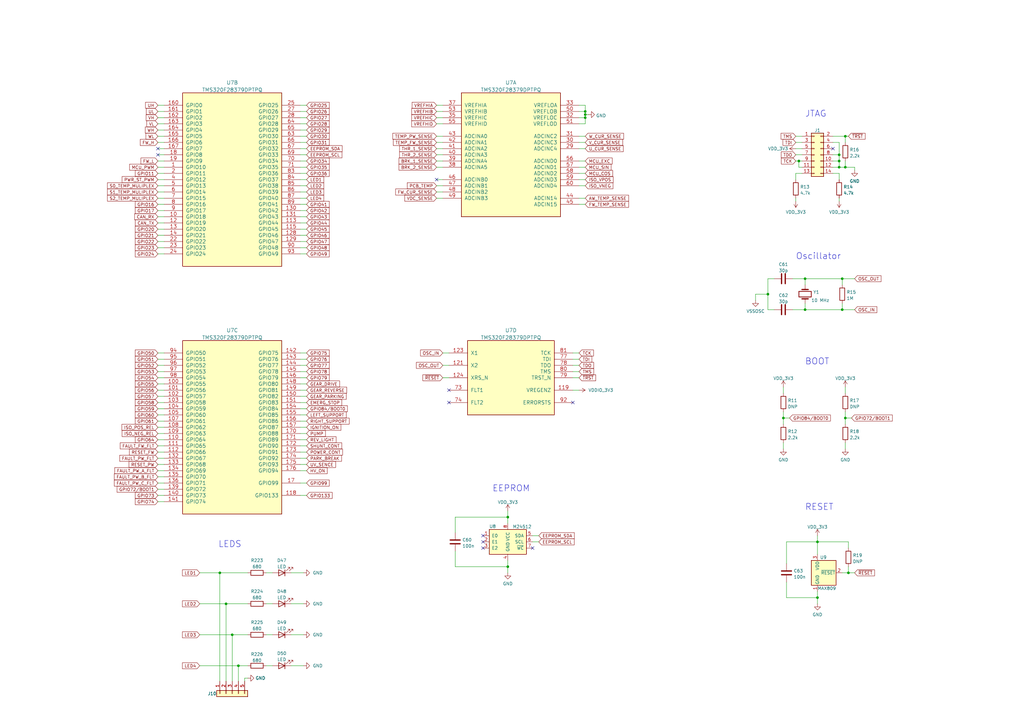
<source format=kicad_sch>
(kicad_sch (version 20250114) (generator "eeschema") (generator_version "9.0")
  (paper "A3")
  (title_block (comment 1 "НВЦТ.EVP150-2-1.3000.100 Э3"))
  (text "RESET" (at 330.2 209.55 0) (effects (font (size 2.543 2.543)) (justify left bottom)))
  (text "LEDS" (at 89.535 224.79 0) (effects (font (size 2.543 2.543)) (justify left bottom)))
  (text "BOOT" (at 330.2 149.86 0) (effects (font (size 2.543 2.543)) (justify left bottom)))
  (text "EEPROM" (at 201.93 201.93 0) (effects (font (size 2.543 2.543)) (justify left bottom)))
  (text "Oscillator" (at 326.39 106.68 0) (effects (font (size 2.543 2.543)) (justify left bottom)))
  (text "JTAG" (at 330.2 48.26 0) (effects (font (size 2.543 2.543)) (justify left bottom)))
  (junction (at 240.03 48.26))
  (junction (at 330.2 114.3))
  (junction (at 240.03 46.99))
  (junction (at 208.28 212.09))
  (junction (at 344.17 66.04))
  (junction (at 97.79 273.05))
  (junction (at 347.98 234.95))
  (junction (at 240.03 45.72))
  (junction (at 346.71 55.88))
  (junction (at 345.44 114.3))
  (junction (at 330.2 127))
  (junction (at 90.17 234.95))
  (junction (at 92.71 247.65))
  (junction (at 335.28 222.25))
  (junction (at 346.71 171.45))
  (junction (at 327.66 66.04))
  (junction (at 345.44 127))
  (junction (at 335.28 245.11))
  (junction (at 95.25 260.35))
  (junction (at 344.17 63.5))
  (junction (at 344.17 68.58))
  (junction (at 346.71 68.58))
  (junction (at 314.96 120.65))
  (junction (at 321.31 171.45))
  (junction (at 208.28 232.41))
  (no_connect (at 184.15 165.1))
  (no_connect (at 184.15 160.02))
  (no_connect (at 64.77 60.96))
  (no_connect (at 218.44 224.79))
  (no_connect (at 234.95 165.1))
  (no_connect (at 198.12 222.25))
  (no_connect (at 179.07 73.66))
  (no_connect (at 198.12 224.79))
  (no_connect (at 64.77 63.5))
  (no_connect (at 198.12 219.71))
  (no_connect (at 341.63 60.96))
  (wire (pts (xy 317.5 114.3) (xy 314.96 114.3)))
  (wire (pts (xy 123.19 88.9) (xy 125.73 88.9)))
  (wire (pts (xy 64.77 63.5) (xy 67.31 63.5)))
  (wire (pts (xy 347.98 234.95) (xy 350.52 234.95)))
  (wire (pts (xy 64.77 170.18) (xy 67.31 170.18)))
  (wire (pts (xy 64.77 99.06) (xy 67.31 99.06)))
  (wire (pts (xy 64.77 93.98) (xy 67.31 93.98)))
  (wire (pts (xy 179.07 50.8) (xy 181.61 50.8)))
  (wire (pts (xy 64.77 165.1) (xy 67.31 165.1)))
  (wire (pts (xy 64.77 104.14) (xy 67.31 104.14)))
  (wire (pts (xy 346.71 158.75) (xy 346.71 161.29)))
  (wire (pts (xy 123.19 104.14) (xy 125.73 104.14)))
  (wire (pts (xy 64.77 50.8) (xy 67.31 50.8)))
  (wire (pts (xy 100.33 279.4) (xy 100.33 278.13)))
  (wire (pts (xy 218.44 222.25) (xy 220.98 222.25)))
  (wire (pts (xy 179.07 68.58) (xy 181.61 68.58)))
  (wire (pts (xy 109.22 247.65) (xy 111.76 247.65)))
  (wire (pts (xy 344.17 66.04) (xy 344.17 68.58)))
  (wire (pts (xy 64.77 68.58) (xy 67.31 68.58)))
  (wire (pts (xy 64.77 73.66) (xy 67.31 73.66)))
  (wire (pts (xy 64.77 91.44) (xy 67.31 91.44)))
  (wire (pts (xy 123.19 66.04) (xy 125.73 66.04)))
  (wire (pts (xy 119.38 247.65) (xy 124.46 247.65)))
  (wire (pts (xy 335.28 222.25) (xy 335.28 227.33)))
  (wire (pts (xy 234.95 160.02) (xy 237.49 160.02)))
  (wire (pts (xy 335.28 222.25) (xy 347.98 222.25)))
  (wire (pts (xy 325.12 127) (xy 330.2 127)))
  (wire (pts (xy 123.19 101.6) (xy 125.73 101.6)))
  (wire (pts (xy 237.49 73.66) (xy 240.03 73.66)))
  (wire (pts (xy 326.39 81.28) (xy 326.39 82.55)))
  (wire (pts (xy 181.61 154.94) (xy 184.15 154.94)))
  (wire (pts (xy 64.77 162.56) (xy 67.31 162.56)))
  (wire (pts (xy 208.28 232.41) (xy 186.69 232.41)))
  (wire (pts (xy 64.77 157.48) (xy 67.31 157.48)))
  (wire (pts (xy 64.77 81.28) (xy 67.31 81.28)))
  (wire (pts (xy 119.38 260.35) (xy 124.46 260.35)))
  (wire (pts (xy 64.77 205.74) (xy 67.31 205.74)))
  (wire (pts (xy 123.19 160.02) (xy 125.73 160.02)))
  (wire (pts (xy 64.77 149.86) (xy 67.31 149.86)))
  (wire (pts (xy 95.25 260.35) (xy 101.6 260.35)))
  (wire (pts (xy 123.19 193.04) (xy 125.73 193.04)))
  (wire (pts (xy 123.19 177.8) (xy 125.73 177.8)))
  (wire (pts (xy 345.44 124.46) (xy 345.44 127)))
  (wire (pts (xy 97.79 279.4) (xy 97.79 273.05)))
  (wire (pts (xy 92.71 247.65) (xy 101.6 247.65)))
  (wire (pts (xy 81.915 234.95) (xy 90.17 234.95)))
  (wire (pts (xy 64.77 45.72) (xy 67.31 45.72)))
  (wire (pts (xy 64.77 187.96) (xy 67.31 187.96)))
  (wire (pts (xy 123.19 78.74) (xy 125.73 78.74)))
  (wire (pts (xy 64.77 83.82) (xy 67.31 83.82)))
  (wire (pts (xy 81.915 273.05) (xy 97.79 273.05)))
  (wire (pts (xy 64.77 55.88) (xy 67.31 55.88)))
  (wire (pts (xy 330.2 127) (xy 330.2 124.46)))
  (wire (pts (xy 64.77 182.88) (xy 67.31 182.88)))
  (wire (pts (xy 123.19 147.32) (xy 125.73 147.32)))
  (wire (pts (xy 345.44 116.84) (xy 345.44 114.3)))
  (wire (pts (xy 240.03 46.99) (xy 241.3 46.99)))
  (wire (pts (xy 328.93 63.5) (xy 326.39 63.5)))
  (wire (pts (xy 208.28 214.63) (xy 208.28 212.09)))
  (wire (pts (xy 321.31 171.45) (xy 321.31 173.99)))
  (wire (pts (xy 328.93 58.42) (xy 326.39 58.42)))
  (wire (pts (xy 123.19 43.18) (xy 125.73 43.18)))
  (wire (pts (xy 81.915 247.65) (xy 92.71 247.65)))
  (wire (pts (xy 123.19 182.88) (xy 125.73 182.88)))
  (wire (pts (xy 123.19 170.18) (xy 125.73 170.18)))
  (wire (pts (xy 179.07 60.96) (xy 181.61 60.96)))
  (wire (pts (xy 109.22 273.05) (xy 111.76 273.05)))
  (wire (pts (xy 341.63 63.5) (xy 344.17 63.5)))
  (wire (pts (xy 345.44 114.3) (xy 350.52 114.3)))
  (wire (pts (xy 64.77 200.66) (xy 67.31 200.66)))
  (wire (pts (xy 346.71 66.04) (xy 346.71 68.58)))
  (wire (pts (xy 123.19 172.72) (xy 125.73 172.72)))
  (wire (pts (xy 335.28 219.71) (xy 335.28 222.25)))
  (wire (pts (xy 346.71 171.45) (xy 346.71 173.99)))
  (wire (pts (xy 326.39 73.66) (xy 326.39 71.12)))
  (wire (pts (xy 181.61 149.86) (xy 184.15 149.86)))
  (wire (pts (xy 64.77 48.26) (xy 67.31 48.26)))
  (wire (pts (xy 64.77 86.36) (xy 67.31 86.36)))
  (wire (pts (xy 100.33 278.13) (xy 101.6 278.13)))
  (wire (pts (xy 123.19 96.52) (xy 125.73 96.52)))
  (wire (pts (xy 123.19 45.72) (xy 125.73 45.72)))
  (wire (pts (xy 179.07 81.28) (xy 181.61 81.28)))
  (wire (pts (xy 64.77 96.52) (xy 67.31 96.52)))
  (wire (pts (xy 123.19 53.34) (xy 125.73 53.34)))
  (wire (pts (xy 64.77 144.78) (xy 67.31 144.78)))
  (wire (pts (xy 314.96 114.3) (xy 314.96 120.65)))
  (wire (pts (xy 90.17 234.95) (xy 90.17 279.4)))
  (wire (pts (xy 179.07 58.42) (xy 181.61 58.42)))
  (wire (pts (xy 218.44 219.71) (xy 220.98 219.71)))
  (wire (pts (xy 341.63 55.88) (xy 346.71 55.88)))
  (wire (pts (xy 64.77 180.34) (xy 67.31 180.34)))
  (wire (pts (xy 179.07 66.04) (xy 181.61 66.04)))
  (wire (pts (xy 64.77 58.42) (xy 67.31 58.42)))
  (wire (pts (xy 64.77 154.94) (xy 67.31 154.94)))
  (wire (pts (xy 208.28 229.87) (xy 208.28 232.41)))
  (wire (pts (xy 237.49 68.58) (xy 240.03 68.58)))
  (wire (pts (xy 119.38 273.05) (xy 124.46 273.05)))
  (wire (pts (xy 350.52 69.85) (xy 350.52 68.58)))
  (wire (pts (xy 64.77 177.8) (xy 67.31 177.8)))
  (wire (pts (xy 123.19 175.26) (xy 125.73 175.26)))
  (wire (pts (xy 123.19 71.12) (xy 125.73 71.12)))
  (wire (pts (xy 237.49 43.18) (xy 240.03 43.18)))
  (wire (pts (xy 326.39 60.96) (xy 328.93 60.96)))
  (wire (pts (xy 179.07 76.2) (xy 181.61 76.2)))
  (wire (pts (xy 64.77 190.5) (xy 67.31 190.5)))
  (wire (pts (xy 123.19 83.82) (xy 125.73 83.82)))
  (wire (pts (xy 345.44 127) (xy 330.2 127)))
  (wire (pts (xy 344.17 68.58) (xy 346.71 68.58)))
  (wire (pts (xy 123.19 162.56) (xy 125.73 162.56)))
  (wire (pts (xy 344.17 63.5) (xy 344.17 66.04)))
  (wire (pts (xy 344.17 81.28) (xy 344.17 82.55)))
  (wire (pts (xy 234.95 144.78) (xy 237.49 144.78)))
  (wire (pts (xy 64.77 78.74) (xy 67.31 78.74)))
  (wire (pts (xy 237.49 48.26) (xy 240.03 48.26)))
  (wire (pts (xy 123.19 152.4) (xy 125.73 152.4)))
  (wire (pts (xy 346.71 55.88) (xy 347.98 55.88)))
  (wire (pts (xy 237.49 58.42) (xy 240.03 58.42)))
  (wire (pts (xy 326.39 71.12) (xy 328.93 71.12)))
  (wire (pts (xy 309.88 123.19) (xy 309.88 120.65)))
  (wire (pts (xy 234.95 149.86) (xy 237.49 149.86)))
  (wire (pts (xy 123.19 93.98) (xy 125.73 93.98)))
  (wire (pts (xy 234.95 147.32) (xy 237.49 147.32)))
  (wire (pts (xy 64.77 76.2) (xy 67.31 76.2)))
  (wire (pts (xy 90.17 234.95) (xy 101.6 234.95)))
  (wire (pts (xy 92.71 247.65) (xy 92.71 279.4)))
  (wire (pts (xy 109.22 234.95) (xy 111.76 234.95)))
  (wire (pts (xy 237.49 66.04) (xy 240.03 66.04)))
  (wire (pts (xy 314.96 120.65) (xy 314.96 127)))
  (wire (pts (xy 123.19 99.06) (xy 125.73 99.06)))
  (wire (pts (xy 179.07 55.88) (xy 181.61 55.88)))
  (wire (pts (xy 341.63 66.04) (xy 344.17 66.04)))
  (wire (pts (xy 328.93 66.04) (xy 327.66 66.04)))
  (wire (pts (xy 179.07 45.72) (xy 181.61 45.72)))
  (wire (pts (xy 64.77 53.34) (xy 67.31 53.34)))
  (wire (pts (xy 123.19 157.48) (xy 125.73 157.48)))
  (wire (pts (xy 208.28 212.09) (xy 186.69 212.09)))
  (wire (pts (xy 123.19 63.5) (xy 125.73 63.5)))
  (wire (pts (xy 237.49 81.28) (xy 240.03 81.28)))
  (wire (pts (xy 347.98 222.25) (xy 347.98 224.79)))
  (wire (pts (xy 64.77 172.72) (xy 67.31 172.72)))
  (wire (pts (xy 314.96 127) (xy 317.5 127)))
  (wire (pts (xy 123.19 165.1) (xy 125.73 165.1)))
  (wire (pts (xy 328.93 55.88) (xy 326.39 55.88)))
  (wire (pts (xy 325.12 114.3) (xy 330.2 114.3)))
  (wire (pts (xy 321.31 158.75) (xy 321.31 161.29)))
  (wire (pts (xy 240.03 48.26) (xy 240.03 46.99)))
  (wire (pts (xy 119.38 234.95) (xy 124.46 234.95)))
  (wire (pts (xy 179.07 78.74) (xy 181.61 78.74)))
  (wire (pts (xy 350.52 68.58) (xy 346.71 68.58)))
  (wire (pts (xy 237.49 60.96) (xy 240.03 60.96)))
  (wire (pts (xy 341.63 71.12) (xy 344.17 71.12)))
  (wire (pts (xy 335.28 245.11) (xy 335.28 247.65)))
  (wire (pts (xy 64.77 185.42) (xy 67.31 185.42)))
  (wire (pts (xy 123.19 187.96) (xy 125.73 187.96)))
  (wire (pts (xy 237.49 71.12) (xy 240.03 71.12)))
  (wire (pts (xy 123.19 167.64) (xy 125.73 167.64)))
  (wire (pts (xy 346.71 181.61) (xy 346.71 184.15)))
  (wire (pts (xy 240.03 45.72) (xy 240.03 46.99)))
  (wire (pts (xy 123.19 154.94) (xy 125.73 154.94)))
  (wire (pts (xy 123.19 48.26) (xy 125.73 48.26)))
  (wire (pts (xy 64.77 43.18) (xy 67.31 43.18)))
  (wire (pts (xy 330.2 114.3) (xy 330.2 116.84)))
  (wire (pts (xy 346.71 55.88) (xy 346.71 58.42)))
  (wire (pts (xy 327.66 68.58) (xy 327.66 66.04)))
  (wire (pts (xy 237.49 83.82) (xy 240.03 83.82)))
  (wire (pts (xy 123.19 203.2) (xy 125.73 203.2)))
  (wire (pts (xy 341.63 58.42) (xy 344.17 58.42)))
  (wire (pts (xy 322.58 238.76) (xy 322.58 245.11)))
  (wire (pts (xy 64.77 147.32) (xy 67.31 147.32)))
  (wire (pts (xy 179.07 43.18) (xy 181.61 43.18)))
  (wire (pts (xy 347.98 232.41) (xy 347.98 234.95)))
  (wire (pts (xy 322.58 222.25) (xy 335.28 222.25)))
  (wire (pts (xy 64.77 195.58) (xy 67.31 195.58)))
  (wire (pts (xy 327.66 66.04) (xy 326.39 66.04)))
  (wire (pts (xy 240.03 50.8) (xy 240.03 48.26)))
  (wire (pts (xy 321.31 171.45) (xy 323.85 171.45)))
  (wire (pts (xy 346.71 171.45) (xy 349.25 171.45)))
  (wire (pts (xy 123.19 180.34) (xy 125.73 180.34)))
  (wire (pts (xy 64.77 193.04) (xy 67.31 193.04)))
  (wire (pts (xy 237.49 55.88) (xy 240.03 55.88)))
  (wire (pts (xy 123.19 60.96) (xy 125.73 60.96)))
  (wire (pts (xy 123.19 198.12) (xy 125.73 198.12)))
  (wire (pts (xy 346.71 168.91) (xy 346.71 171.45)))
  (wire (pts (xy 321.31 168.91) (xy 321.31 171.45)))
  (wire (pts (xy 179.07 73.66) (xy 181.61 73.66)))
  (wire (pts (xy 344.17 73.66) (xy 344.17 71.12)))
  (wire (pts (xy 123.19 149.86) (xy 125.73 149.86)))
  (wire (pts (xy 309.88 120.65) (xy 314.96 120.65)))
  (wire (pts (xy 95.25 260.35) (xy 95.25 279.4)))
  (wire (pts (xy 64.77 88.9) (xy 67.31 88.9)))
  (wire (pts (xy 345.44 234.95) (xy 347.98 234.95)))
  (wire (pts (xy 341.63 68.58) (xy 344.17 68.58)))
  (wire (pts (xy 123.19 144.78) (xy 125.73 144.78)))
  (wire (pts (xy 208.28 209.55) (xy 208.28 212.09)))
  (wire (pts (xy 237.49 76.2) (xy 240.03 76.2)))
  (wire (pts (xy 64.77 71.12) (xy 67.31 71.12)))
  (wire (pts (xy 322.58 245.11) (xy 335.28 245.11)))
  (wire (pts (xy 237.49 45.72) (xy 240.03 45.72)))
  (wire (pts (xy 322.58 231.14) (xy 322.58 222.25)))
  (wire (pts (xy 123.19 86.36) (xy 125.73 86.36)))
  (wire (pts (xy 208.28 232.41) (xy 208.28 234.95)))
  (wire (pts (xy 123.19 91.44) (xy 125.73 91.44)))
  (wire (pts (xy 328.93 68.58) (xy 327.66 68.58)))
  (wire (pts (xy 186.69 212.09) (xy 186.69 218.44)))
  (wire (pts (xy 64.77 101.6) (xy 67.31 101.6)))
  (wire (pts (xy 181.61 144.78) (xy 184.15 144.78)))
  (wire (pts (xy 97.79 273.05) (xy 101.6 273.05)))
  (wire (pts (xy 335.28 245.11) (xy 335.28 242.57)))
  (wire (pts (xy 64.77 198.12) (xy 67.31 198.12)))
  (wire (pts (xy 123.19 58.42) (xy 125.73 58.42)))
  (wire (pts (xy 109.22 260.35) (xy 111.76 260.35)))
  (wire (pts (xy 345.44 127) (xy 350.52 127)))
  (wire (pts (xy 321.31 181.61) (xy 321.31 184.15)))
  (wire (pts (xy 64.77 167.64) (xy 67.31 167.64)))
  (wire (pts (xy 234.95 152.4) (xy 237.49 152.4)))
  (wire (pts (xy 186.69 232.41) (xy 186.69 226.06)))
  (wire (pts (xy 123.19 73.66) (xy 125.73 73.66)))
  (wire (pts (xy 64.77 66.04) (xy 67.31 66.04)))
  (wire (pts (xy 123.19 76.2) (xy 125.73 76.2)))
  (wire (pts (xy 344.17 58.42) (xy 344.17 63.5)))
  (wire (pts (xy 240.03 43.18) (xy 240.03 45.72)))
  (wire (pts (xy 123.19 55.88) (xy 125.73 55.88)))
  (wire (pts (xy 123.19 185.42) (xy 125.73 185.42)))
  (wire (pts (xy 64.77 60.96) (xy 67.31 60.96)))
  (wire (pts (xy 64.77 175.26) (xy 67.31 175.26)))
  (wire (pts (xy 64.77 203.2) (xy 67.31 203.2)))
  (wire (pts (xy 123.19 81.28) (xy 125.73 81.28)))
  (wire (pts (xy 234.95 154.94) (xy 237.49 154.94)))
  (wire (pts (xy 64.77 152.4) (xy 67.31 152.4)))
  (wire (pts (xy 123.19 50.8) (xy 125.73 50.8)))
  (wire (pts (xy 123.19 190.5) (xy 125.73 190.5)))
  (wire (pts (xy 179.07 63.5) (xy 181.61 63.5)))
  (wire (pts (xy 81.915 260.35) (xy 95.25 260.35)))
  (wire (pts (xy 123.19 68.58) (xy 125.73 68.58)))
  (wire (pts (xy 179.07 48.26) (xy 181.61 48.26)))
  (wire (pts (xy 345.44 114.3) (xy 330.2 114.3)))
  (wire (pts (xy 237.49 50.8) (xy 240.03 50.8)))
  (wire (pts (xy 64.77 160.02) (xy 67.31 160.02)))
  (global_label "TCK" (shape input) (at 237.49 144.78 0) (property "Intersheetrefs" "${INTERSHEET_REFS}" (effects (hide yes))))
  (global_label "WH" (shape input) (at 64.77 53.34 180) (property "Intersheetrefs" "${INTERSHEET_REFS}" (effects (hide yes))))
  (global_label "PUMP" (shape input) (at 125.73 177.8 0) (property "Intersheetrefs" "${INTERSHEET_REFS}" (effects (hide yes))))
  (global_label "W_CUR_SENSE" (shape input) (at 240.03 55.88 0) (property "Intersheetrefs" "${INTERSHEET_REFS}" (effects (hide yes))))
  (global_label "GEAR_REVERSE" (shape input) (at 125.73 160.02 0) (property "Intersheetrefs" "${INTERSHEET_REFS}" (effects (hide yes))))
  (global_label "GPIO42" (shape input) (at 125.73 86.36 0) (property "Intersheetrefs" "${INTERSHEET_REFS}" (effects (hide yes))))
  (global_label "S0_TEMP_MULIPLEX" (shape input) (at 64.77 76.2 180) (property "Intersheetrefs" "${INTERSHEET_REFS}" (effects (hide yes))))
  (global_label "GPIO72{slash}BOOT1" (shape input) (at 64.77 200.66 180) (property "Intersheetrefs" "${INTERSHEET_REFS}" (effects (hide yes))))
  (global_label "PARK_BREAK" (shape input) (at 125.73 187.96 0) (property "Intersheetrefs" "${INTERSHEET_REFS}" (effects (hide yes))))
  (global_label "GPIO43" (shape input) (at 125.73 88.9 0) (property "Intersheetrefs" "${INTERSHEET_REFS}" (effects (hide yes))))
  (global_label "~{TRST}" (shape input) (at 237.49 154.94 0) (property "Intersheetrefs" "${INTERSHEET_REFS}" (effects (hide yes))))
  (global_label "ISO_POS_REL" (shape input) (at 64.77 175.26 180) (property "Intersheetrefs" "${INTERSHEET_REFS}" (effects (hide yes))))
  (global_label "GPIO79" (shape input) (at 125.73 154.94 0) (property "Intersheetrefs" "${INTERSHEET_REFS}" (effects (hide yes))))
  (global_label "GPIO29" (shape input) (at 125.73 53.34 0) (property "Intersheetrefs" "${INTERSHEET_REFS}" (effects (hide yes))))
  (global_label "TEMP_FW_SENSE" (shape input) (at 179.07 58.42 180) (property "Intersheetrefs" "${INTERSHEET_REFS}" (effects (hide yes))))
  (global_label "EEPROM_SDA" (shape input) (at 125.73 60.96 0) (property "Intersheetrefs" "${INTERSHEET_REFS}" (effects (hide yes))))
  (global_label "ISO_NEG_REL" (shape input) (at 64.77 177.8 180) (property "Intersheetrefs" "${INTERSHEET_REFS}" (effects (hide yes))))
  (global_label "GPIO56" (shape input) (at 64.77 160.02 180) (property "Intersheetrefs" "${INTERSHEET_REFS}" (effects (hide yes))))
  (global_label "VREFHIA" (shape input) (at 179.07 43.18 180) (property "Intersheetrefs" "${INTERSHEET_REFS}" (effects (hide yes))))
  (global_label "GPIO45" (shape input) (at 125.73 93.98 0) (property "Intersheetrefs" "${INTERSHEET_REFS}" (effects (hide yes))))
  (global_label "RIGHT_SUPPORT" (shape input) (at 125.73 172.72 0) (property "Intersheetrefs" "${INTERSHEET_REFS}" (effects (hide yes))))
  (global_label "LED2" (shape input) (at 125.73 76.2 0) (property "Intersheetrefs" "${INTERSHEET_REFS}" (effects (hide yes))))
  (global_label "ISO_VPOS" (shape input) (at 240.03 73.66 0) (property "Intersheetrefs" "${INTERSHEET_REFS}" (effects (hide yes))))
  (global_label "GPIO61" (shape input) (at 64.77 172.72 180) (property "Intersheetrefs" "${INTERSHEET_REFS}" (effects (hide yes))))
  (global_label "BRK_1_SENSE" (shape input) (at 179.07 66.04 180) (property "Intersheetrefs" "${INTERSHEET_REFS}" (effects (hide yes))))
  (global_label "GPIO22" (shape input) (at 64.77 99.06 180) (property "Intersheetrefs" "${INTERSHEET_REFS}" (effects (hide yes))))
  (global_label "~{TRST}" (shape input) (at 347.98 55.88 0) (property "Intersheetrefs" "${INTERSHEET_REFS}" (effects (hide yes))))
  (global_label "TDO" (shape input) (at 237.49 149.86 0) (property "Intersheetrefs" "${INTERSHEET_REFS}" (effects (hide yes))))
  (global_label "GEAR_PARKING" (shape input) (at 125.73 162.56 0) (property "Intersheetrefs" "${INTERSHEET_REFS}" (effects (hide yes))))
  (global_label "IGNITION_ON" (shape input) (at 125.73 175.26 0) (property "Intersheetrefs" "${INTERSHEET_REFS}" (effects (hide yes))))
  (global_label "OSC_OUT" (shape input) (at 350.52 114.3 0) (property "Intersheetrefs" "${INTERSHEET_REFS}" (effects (hide yes))))
  (global_label "GPIO53" (shape input) (at 64.77 152.4 180) (property "Intersheetrefs" "${INTERSHEET_REFS}" (effects (hide yes))))
  (global_label "GPIO52" (shape input) (at 64.77 149.86 180) (property "Intersheetrefs" "${INTERSHEET_REFS}" (effects (hide yes))))
  (global_label "LED3" (shape input) (at 81.915 260.35 180) (property "Intersheetrefs" "${INTERSHEET_REFS}" (effects (hide yes))))
  (global_label "GPIO47" (shape input) (at 125.73 99.06 0) (property "Intersheetrefs" "${INTERSHEET_REFS}" (effects (hide yes))))
  (global_label "WL" (shape input) (at 64.77 55.88 180) (property "Intersheetrefs" "${INTERSHEET_REFS}" (effects (hide yes))))
  (global_label "LED2" (shape input) (at 81.915 247.65 180) (property "Intersheetrefs" "${INTERSHEET_REFS}" (effects (hide yes))))
  (global_label "GPIO46" (shape input) (at 125.73 96.52 0) (property "Intersheetrefs" "${INTERSHEET_REFS}" (effects (hide yes))))
  (global_label "GPIO49" (shape input) (at 125.73 104.14 0) (property "Intersheetrefs" "${INTERSHEET_REFS}" (effects (hide yes))))
  (global_label "VDC_SENSE" (shape input) (at 179.07 81.28 180) (property "Intersheetrefs" "${INTERSHEET_REFS}" (effects (hide yes))))
  (global_label "TDO" (shape input) (at 326.39 63.5 180) (property "Intersheetrefs" "${INTERSHEET_REFS}" (effects (hide yes))))
  (global_label "GPIO26" (shape input) (at 125.73 45.72 0) (property "Intersheetrefs" "${INTERSHEET_REFS}" (effects (hide yes))))
  (global_label "GPIO41" (shape input) (at 125.73 83.82 0) (property "Intersheetrefs" "${INTERSHEET_REFS}" (effects (hide yes))))
  (global_label "GPIO35" (shape input) (at 125.73 68.58 0) (property "Intersheetrefs" "${INTERSHEET_REFS}" (effects (hide yes))))
  (global_label "CAN_TX" (shape input) (at 64.77 91.44 180) (property "Intersheetrefs" "${INTERSHEET_REFS}" (effects (hide yes))))
  (global_label "TMS" (shape input) (at 237.49 152.4 0) (property "Intersheetrefs" "${INTERSHEET_REFS}" (effects (hide yes))))
  (global_label "VREFHID" (shape input) (at 179.07 50.8 180) (property "Intersheetrefs" "${INTERSHEET_REFS}" (effects (hide yes))))
  (global_label "GPIO31" (shape input) (at 125.73 58.42 0) (property "Intersheetrefs" "${INTERSHEET_REFS}" (effects (hide yes))))
  (global_label "GPIO21" (shape input) (at 64.77 96.52 180) (property "Intersheetrefs" "${INTERSHEET_REFS}" (effects (hide yes))))
  (global_label "LED4" (shape input) (at 125.73 81.28 0) (property "Intersheetrefs" "${INTERSHEET_REFS}" (effects (hide yes))))
  (global_label "LED1" (shape input) (at 81.915 234.95 180) (property "Intersheetrefs" "${INTERSHEET_REFS}" (effects (hide yes))))
  (global_label "THR_1_SENSE" (shape input) (at 179.07 60.96 180) (property "Intersheetrefs" "${INTERSHEET_REFS}" (effects (hide yes))))
  (global_label "MCU_SIN" (shape input) (at 240.03 68.58 0) (property "Intersheetrefs" "${INTERSHEET_REFS}" (effects (hide yes))))
  (global_label "LED3" (shape input) (at 125.73 78.74 0) (property "Intersheetrefs" "${INTERSHEET_REFS}" (effects (hide yes))))
  (global_label "REV_LIGHT" (shape input) (at 125.73 180.34 0) (property "Intersheetrefs" "${INTERSHEET_REFS}" (effects (hide yes))))
  (global_label "GPIO76" (shape input) (at 125.73 147.32 0) (property "Intersheetrefs" "${INTERSHEET_REFS}" (effects (hide yes))))
  (global_label "LEFT_SUPPORT" (shape input) (at 125.73 170.18 0) (property "Intersheetrefs" "${INTERSHEET_REFS}" (effects (hide yes))))
  (global_label "GPIO54" (shape input) (at 64.77 154.94 180) (property "Intersheetrefs" "${INTERSHEET_REFS}" (effects (hide yes))))
  (global_label "FAULT_PW_A_FLT" (shape input) (at 64.77 193.04 180) (property "Intersheetrefs" "${INTERSHEET_REFS}" (effects (hide yes))))
  (global_label "GPIO75" (shape input) (at 125.73 144.78 0) (property "Intersheetrefs" "${INTERSHEET_REFS}" (effects (hide yes))))
  (global_label "GPIO133" (shape input) (at 125.73 203.2 0) (property "Intersheetrefs" "${INTERSHEET_REFS}" (effects (hide yes))))
  (global_label "GPIO34" (shape input) (at 125.73 66.04 0) (property "Intersheetrefs" "${INTERSHEET_REFS}" (effects (hide yes))))
  (global_label "VREFHIB" (shape input) (at 179.07 45.72 180) (property "Intersheetrefs" "${INTERSHEET_REFS}" (effects (hide yes))))
  (global_label "GPIO48" (shape input) (at 125.73 101.6 0) (property "Intersheetrefs" "${INTERSHEET_REFS}" (effects (hide yes))))
  (global_label "GPIO77" (shape input) (at 125.73 149.86 0) (property "Intersheetrefs" "${INTERSHEET_REFS}" (effects (hide yes))))
  (global_label "GPIO36" (shape input) (at 125.73 71.12 0) (property "Intersheetrefs" "${INTERSHEET_REFS}" (effects (hide yes))))
  (global_label "GPIO73" (shape input) (at 64.77 203.2 180) (property "Intersheetrefs" "${INTERSHEET_REFS}" (effects (hide yes))))
  (global_label "EMERG_STOP" (shape input) (at 125.73 165.1 0) (property "Intersheetrefs" "${INTERSHEET_REFS}" (effects (hide yes))))
  (global_label "BRK_2_SENSE" (shape input) (at 179.07 68.58 180) (property "Intersheetrefs" "${INTERSHEET_REFS}" (effects (hide yes))))
  (global_label "SHUNT_CONT" (shape input) (at 125.73 182.88 0) (property "Intersheetrefs" "${INTERSHEET_REFS}" (effects (hide yes))))
  (global_label "U_CUR_SENSE" (shape input) (at 240.03 60.96 0) (property "Intersheetrefs" "${INTERSHEET_REFS}" (effects (hide yes))))
  (global_label "UH" (shape input) (at 64.77 43.18 180) (property "Intersheetrefs" "${INTERSHEET_REFS}" (effects (hide yes))))
  (global_label "TDI" (shape input) (at 326.39 58.42 180) (property "Intersheetrefs" "${INTERSHEET_REFS}" (effects (hide yes))))
  (global_label "MCU_EXC" (shape input) (at 240.03 66.04 0) (property "Intersheetrefs" "${INTERSHEET_REFS}" (effects (hide yes))))
  (global_label "GPIO11" (shape input) (at 64.77 71.12 180) (property "Intersheetrefs" "${INTERSHEET_REFS}" (effects (hide yes))))
  (global_label "FW_CUR_SENSE" (shape input) (at 179.07 78.74 180) (property "Intersheetrefs" "${INTERSHEET_REFS}" (effects (hide yes))))
  (global_label "OSC_IN" (shape input) (at 181.61 144.78 180) (property "Intersheetrefs" "${INTERSHEET_REFS}" (effects (hide yes))))
  (global_label "GPIO84{slash}BOOT0" (shape input) (at 125.73 167.64 0) (property "Intersheetrefs" "${INTERSHEET_REFS}" (effects (hide yes))))
  (global_label "UL" (shape input) (at 64.77 45.72 180) (property "Intersheetrefs" "${INTERSHEET_REFS}" (effects (hide yes))))
  (global_label "GPIO58" (shape input) (at 64.77 165.1 180) (property "Intersheetrefs" "${INTERSHEET_REFS}" (effects (hide yes))))
  (global_label "V_CUR_SENSE" (shape input) (at 240.03 58.42 0) (property "Intersheetrefs" "${INTERSHEET_REFS}" (effects (hide yes))))
  (global_label "TCK" (shape input) (at 326.39 66.04 180) (property "Intersheetrefs" "${INTERSHEET_REFS}" (effects (hide yes))))
  (global_label "GPIO72{slash}BOOT1" (shape input) (at 349.25 171.45 0) (property "Intersheetrefs" "${INTERSHEET_REFS}" (effects (hide yes))))
  (global_label "RESET_FW" (shape input) (at 64.77 185.42 180) (property "Intersheetrefs" "${INTERSHEET_REFS}" (effects (hide yes))))
  (global_label "EEPROM_SCL" (shape input) (at 220.98 222.25 0) (property "Intersheetrefs" "${INTERSHEET_REFS}" (effects (hide yes))))
  (global_label "~{RESET}" (shape input) (at 350.52 234.95 0) (property "Intersheetrefs" "${INTERSHEET_REFS}" (effects (hide yes))))
  (global_label "VH" (shape input) (at 64.77 48.26 180) (property "Intersheetrefs" "${INTERSHEET_REFS}" (effects (hide yes))))
  (global_label "FAULT_FW_FLT" (shape input) (at 64.77 182.88 180) (property "Intersheetrefs" "${INTERSHEET_REFS}" (effects (hide yes))))
  (global_label "GEAR_DRIVE" (shape input) (at 125.73 157.48 0) (property "Intersheetrefs" "${INTERSHEET_REFS}" (effects (hide yes))))
  (global_label "FW_TEMP_SENSE" (shape input) (at 240.03 83.82 0) (property "Intersheetrefs" "${INTERSHEET_REFS}" (effects (hide yes))))
  (global_label "GPIO20" (shape input) (at 64.77 93.98 180) (property "Intersheetrefs" "${INTERSHEET_REFS}" (effects (hide yes))))
  (global_label "GPIO30" (shape input) (at 125.73 55.88 0) (property "Intersheetrefs" "${INTERSHEET_REFS}" (effects (hide yes))))
  (global_label "MCU_PWM" (shape input) (at 64.77 68.58 180) (property "Intersheetrefs" "${INTERSHEET_REFS}" (effects (hide yes))))
  (global_label "HV_ON" (shape input) (at 125.73 193.04 0) (property "Intersheetrefs" "${INTERSHEET_REFS}" (effects (hide yes))))
  (global_label "GPIO24" (shape input) (at 64.77 104.14 180) (property "Intersheetrefs" "${INTERSHEET_REFS}" (effects (hide yes))))
  (global_label "GPIO50" (shape input) (at 64.77 144.78 180) (property "Intersheetrefs" "${INTERSHEET_REFS}" (effects (hide yes))))
  (global_label "RESET_PW" (shape input) (at 64.77 190.5 180) (property "Intersheetrefs" "${INTERSHEET_REFS}" (effects (hide yes))))
  (global_label "GPIO44" (shape input) (at 125.73 91.44 0) (property "Intersheetrefs" "${INTERSHEET_REFS}" (effects (hide yes))))
  (global_label "GPIO99" (shape input) (at 125.73 198.12 0) (property "Intersheetrefs" "${INTERSHEET_REFS}" (effects (hide yes))))
  (global_label "POWER_CONT" (shape input) (at 125.73 185.42 0) (property "Intersheetrefs" "${INTERSHEET_REFS}" (effects (hide yes))))
  (global_label "GPIO60" (shape input) (at 64.77 170.18 180) (property "Intersheetrefs" "${INTERSHEET_REFS}" (effects (hide yes))))
  (global_label "FAULT_PW_C_FLT" (shape input) (at 64.77 198.12 180) (property "Intersheetrefs" "${INTERSHEET_REFS}" (effects (hide yes))))
  (global_label "VREFHIC" (shape input) (at 179.07 48.26 180) (property "Intersheetrefs" "${INTERSHEET_REFS}" (effects (hide yes))))
  (global_label "FW_L" (shape input) (at 64.77 66.04 180) (property "Intersheetrefs" "${INTERSHEET_REFS}" (effects (hide yes))))
  (global_label "GPIO64" (shape input) (at 64.77 180.34 180) (property "Intersheetrefs" "${INTERSHEET_REFS}" (effects (hide yes))))
  (global_label "EEPROM_SCL" (shape input) (at 125.73 63.5 0) (property "Intersheetrefs" "${INTERSHEET_REFS}" (effects (hide yes))))
  (global_label "GPIO57" (shape input) (at 64.77 162.56 180) (property "Intersheetrefs" "${INTERSHEET_REFS}" (effects (hide yes))))
  (global_label "GPIO55" (shape input) (at 64.77 157.48 180) (property "Intersheetrefs" "${INTERSHEET_REFS}" (effects (hide yes))))
  (global_label "~{RESET}" (shape input) (at 181.61 154.94 180) (property "Intersheetrefs" "${INTERSHEET_REFS}" (effects (hide yes))))
  (global_label "TDI" (shape input) (at 237.49 147.32 0) (property "Intersheetrefs" "${INTERSHEET_REFS}" (effects (hide yes))))
  (global_label "OSC_IN" (shape input) (at 350.52 127 0) (property "Intersheetrefs" "${INTERSHEET_REFS}" (effects (hide yes))))
  (global_label "FAULT_PW_FLT" (shape input) (at 64.77 187.96 180) (property "Intersheetrefs" "${INTERSHEET_REFS}" (effects (hide yes))))
  (global_label "GPIO23" (shape input) (at 64.77 101.6 180) (property "Intersheetrefs" "${INTERSHEET_REFS}" (effects (hide yes))))
  (global_label "THR_2_SENSE" (shape input) (at 179.07 63.5 180) (property "Intersheetrefs" "${INTERSHEET_REFS}" (effects (hide yes))))
  (global_label "GPIO78" (shape input) (at 125.73 152.4 0) (property "Intersheetrefs" "${INTERSHEET_REFS}" (effects (hide yes))))
  (global_label "GPIO84{slash}BOOT0" (shape input) (at 323.85 171.45 0) (property "Intersheetrefs" "${INTERSHEET_REFS}" (effects (hide yes))))
  (global_label "ISO_VNEG" (shape input) (at 240.03 76.2 0) (property "Intersheetrefs" "${INTERSHEET_REFS}" (effects (hide yes))))
  (global_label "FAULT_PW_B_FLT" (shape input) (at 64.77 195.58 180) (property "Intersheetrefs" "${INTERSHEET_REFS}" (effects (hide yes))))
  (global_label "GPIO28" (shape input) (at 125.73 50.8 0) (property "Intersheetrefs" "${INTERSHEET_REFS}" (effects (hide yes))))
  (global_label "S1_TEMP_MULIPLEX" (shape input) (at 64.77 78.74 180) (property "Intersheetrefs" "${INTERSHEET_REFS}" (effects (hide yes))))
  (global_label "OSC_OUT" (shape input) (at 181.61 149.86 180) (property "Intersheetrefs" "${INTERSHEET_REFS}" (effects (hide yes))))
  (global_label "TEMP_PW_SENSE" (shape input) (at 179.07 55.88 180) (property "Intersheetrefs" "${INTERSHEET_REFS}" (effects (hide yes))))
  (global_label "PCB_TEMP" (shape input) (at 179.07 76.2 180) (property "Intersheetrefs" "${INTERSHEET_REFS}" (effects (hide yes))))
  (global_label "GPIO17" (shape input) (at 64.77 86.36 180) (property "Intersheetrefs" "${INTERSHEET_REFS}" (effects (hide yes))))
  (global_label "UV_SENCE" (shape input) (at 125.73 190.5 0) (property "Intersheetrefs" "${INTERSHEET_REFS}" (effects (hide yes))))
  (global_label "TMS" (shape input) (at 326.39 55.88 180) (property "Intersheetrefs" "${INTERSHEET_REFS}" (effects (hide yes))))
  (global_label "GPIO51" (shape input) (at 64.77 147.32 180) (property "Intersheetrefs" "${INTERSHEET_REFS}" (effects (hide yes))))
  (global_label "AW_TEMP_SENSE" (shape input) (at 240.03 81.28 0) (property "Intersheetrefs" "${INTERSHEET_REFS}" (effects (hide yes))))
  (global_label "LED1" (shape input) (at 125.73 73.66 0) (property "Intersheetrefs" "${INTERSHEET_REFS}" (effects (hide yes))))
  (global_label "CAN_RX" (shape input) (at 64.77 88.9 180) (property "Intersheetrefs" "${INTERSHEET_REFS}" (effects (hide yes))))
  (global_label "PWR_ST_PWM" (shape input) (at 64.77 73.66 180) (property "Intersheetrefs" "${INTERSHEET_REFS}" (effects (hide yes))))
  (global_label "EEPROM_SDA" (shape input) (at 220.98 219.71 0) (property "Intersheetrefs" "${INTERSHEET_REFS}" (effects (hide yes))))
  (global_label "FW_H" (shape input) (at 64.77 58.42 180) (property "Intersheetrefs" "${INTERSHEET_REFS}" (effects (hide yes))))
  (global_label "GPIO25" (shape input) (at 125.73 43.18 0) (property "Intersheetrefs" "${INTERSHEET_REFS}" (effects (hide yes))))
  (global_label "S2_TEMP_MULIPLEX" (shape input) (at 64.77 81.28 180) (property "Intersheetrefs" "${INTERSHEET_REFS}" (effects (hide yes))))
  (global_label "GPIO16" (shape input) (at 64.77 83.82 180) (property "Intersheetrefs" "${INTERSHEET_REFS}" (effects (hide yes))))
  (global_label "LED4" (shape input) (at 81.915 273.05 180) (property "Intersheetrefs" "${INTERSHEET_REFS}" (effects (hide yes))))
  (global_label "GPIO74" (shape input) (at 64.77 205.74 180) (property "Intersheetrefs" "${INTERSHEET_REFS}" (effects (hide yes))))
  (global_label "GPIO59" (shape input) (at 64.77 167.64 180) (property "Intersheetrefs" "${INTERSHEET_REFS}" (effects (hide yes))))
  (global_label "GPIO27" (shape input) (at 125.73 48.26 0) (property "Intersheetrefs" "${INTERSHEET_REFS}" (effects (hide yes))))
  (global_label "VL" (shape input) (at 64.77 50.8 180) (property "Intersheetrefs" "${INTERSHEET_REFS}" (effects (hide yes))))
  (global_label "MCU_COS" (shape input) (at 240.03 71.12 0) (property "Intersheetrefs" "${INTERSHEET_REFS}" (effects (hide yes))))
  (symbol (lib_id "power:GND") (at 350.52 69.85 0) (unit 1)
    (property "Reference" "#PWR064" (effects (hide yes)))
    (property "Value" "GND" (at 350.52 74.2934 0))
  )
  (symbol (lib_id "Device:R") (at 346.71 62.23 0) (unit 1)
    (property "Reference" "R16" (at 348.488 61.3953 0) (effects (justify left)))
    (property "Value" "2.2k" (at 348.488 63.9322 0) (effects (justify left)))
    (property "Footprint" "Resistor_SMD:R_0603_1608Metric" (effects (hide yes)))
  )
  (symbol (lib_id "Device:LED") (at 115.57 260.35 180) (unit 1)
    (property "Reference" "D49" (at 115.57 255.27 0))
    (property "Value" "LED" (at 115.57 257.81 0))
    (property "Footprint" "LED_SMD:LED_0805_2012Metric" (effects (hide yes)))
  )
  (symbol (lib_id "Device:R") (at 346.71 177.8 0) (unit 1)
    (property "Reference" "R18" (at 348.488 176.9653 0) (effects (justify left)))
    (property "Value" "2.2k" (at 348.488 179.5022 0) (effects (justify left)))
    (property "Footprint" "Resistor_SMD:R_0603_1608Metric" (effects (hide yes)))
  )
  (symbol (lib_id "Device:R") (at 321.31 165.1 0) (unit 1)
    (property "Reference" "R11" (at 323.088 164.2653 0) (effects (justify left)))
    (property "Value" "DNP" (at 323.088 166.8022 0) (effects (justify left)))
    (property "Footprint" "Resistor_SMD:R_0603_1608Metric" (effects (hide yes)))
  )
  (symbol (lib_id "Device:R") (at 326.39 77.47 0) (unit 1)
    (property "Reference" "R13" (at 328.168 76.6353 0) (effects (justify left)))
    (property "Value" "4.7k" (at 328.168 79.1722 0) (effects (justify left)))
    (property "Footprint" "Resistor_SMD:R_0603_1608Metric" (effects (hide yes)))
  )
  (symbol (lib_id "Device:R") (at 105.41 247.65 90) (unit 1)
    (property "Reference" "R224" (at 105.41 242.57 90))
    (property "Value" "680" (at 105.41 245.11 90))
    (property "Footprint" "Resistor_SMD:R_0805_2012Metric" (effects (hide yes)))
  )
  (symbol (lib_id "power:GND") (at 124.46 273.05 90) (unit 1)
    (property "Reference" "#PWR0381" (effects (hide yes)))
    (property "Value" "GND" (at 128.27 273.05 90) (effects (justify right)))
  )
  (symbol (lib_id "power:GND") (at 208.28 234.95 0) (unit 1)
    (property "Reference" "#PWR051" (effects (hide yes)))
    (property "Value" "GND" (at 208.28 239.3934 0))
  )
  (symbol (lib_id "power:GND") (at 321.31 184.15 0) (unit 1)
    (property "Reference" "#PWR056" (effects (hide yes)))
    (property "Value" "GND" (at 321.31 188.5934 0))
  )
  (symbol (lib_id "Device:R") (at 346.71 165.1 0) (unit 1)
    (property "Reference" "R17" (at 348.488 164.2653 0) (effects (justify left)))
    (property "Value" "DNP" (at 348.488 166.8022 0) (effects (justify left)))
    (property "Footprint" "Resistor_SMD:R_0603_1608Metric" (effects (hide yes)))
  )
  (symbol (lib_id "Project_Library:TMS320F28379DPTPQ") (at 209.55 154.94 0) (unit 4)
    (property "Reference" "U7" (at 209.55 135.4889 0) (effects (font (size 1.524 1.524))))
    (property "Value" "TMS320F28379DPTPQ" (at 209.55 138.4823 0) (effects (font (size 1.524 1.524))))
    (property "Footprint" "Project_Library:TMS320F28377DPTPQ" (effects (hide yes)))
    (property "Datasheet" "https://www.ti.com/lit/ds/sprs880o/sprs880o.pdf?ts=1667222962903&ref_url=https%253A%252F%252Fwww.ti.com%252Ftool%252FLAUNCHXL-F28379D" (effects (hide yes)))
  )
  (symbol (lib_id "Project_Library:VDD_3V3") (at 346.71 158.75 0) (unit 1)
    (property "Reference" "#PWR062" (effects (hide yes)))
    (property "Value" "VDD_3V3" (at 346.71 155.1742 0))
  )
  (symbol (lib_id "Project_Library:TMS320F28379DPTPQ") (at 95.25 175.26 0) (unit 3)
    (property "Reference" "U7" (at 95.25 135.4889 0) (effects (font (size 1.524 1.524))))
    (property "Value" "TMS320F28379DPTPQ" (at 95.25 138.4823 0) (effects (font (size 1.524 1.524))))
    (property "Footprint" "Project_Library:TMS320F28377DPTPQ" (effects (hide yes)))
    (property "Datasheet" "https://www.ti.com/lit/ds/sprs880o/sprs880o.pdf?ts=1667222962903&ref_url=https%253A%252F%252Fwww.ti.com%252Ftool%252FLAUNCHXL-F28379D" (effects (hide yes)))
  )
  (symbol (lib_id "Project_Library:VDD_3V3") (at 208.28 209.55 0) (unit 1)
    (property "Reference" "#PWR050" (effects (hide yes)))
    (property "Value" "VDD_3V3" (at 208.28 205.9742 0))
  )
  (symbol (lib_id "Device:R") (at 347.98 228.6 0) (unit 1)
    (property "Reference" "R19" (at 349.758 227.7653 0) (effects (justify left)))
    (property "Value" "DNP" (at 349.758 230.3022 0) (effects (justify left)))
    (property "Footprint" "Resistor_SMD:R_0603_1608Metric" (effects (hide yes)))
  )
  (symbol (lib_id "Project_Library:TMS320F28379DPTPQ") (at 95.25 73.66 0) (unit 2)
    (property "Reference" "U7" (at 95.25 33.8889 0) (effects (font (size 1.524 1.524))))
    (property "Value" "TMS320F28379DPTPQ" (at 95.25 36.8823 0) (effects (font (size 1.524 1.524))))
    (property "Footprint" "Project_Library:TMS320F28377DPTPQ" (effects (hide yes)))
    (property "Datasheet" "https://www.ti.com/lit/ds/sprs880o/sprs880o.pdf?ts=1667222962903&ref_url=https%253A%252F%252Fwww.ti.com%252Ftool%252FLAUNCHXL-F28379D" (effects (hide yes)))
  )
  (symbol (lib_id "Project_Library:VDDIO_3V3") (at 237.49 160.02 270) (unit 1)
    (property "Reference" "#PWR052" (effects (hide yes)))
    (property "Value" "VDDIO_3V3" (at 241.3 160.02 90) (effects (justify left)))
  )
  (symbol (lib_id "Device:C") (at 322.58 234.95 180) (unit 1)
    (property "Reference" "C63" (at 325.501 234.1153 0) (effects (justify right)))
    (property "Value" "100n" (at 325.501 236.6522 0) (effects (justify right)))
    (property "Footprint" "Capacitor_SMD:C_0603_1608Metric" (effects (hide yes)))
  )
  (symbol (lib_id "Device:R") (at 344.17 77.47 0) (unit 1)
    (property "Reference" "R14" (at 345.948 76.6353 0) (effects (justify left)))
    (property "Value" "4.7k" (at 345.948 79.1722 0) (effects (justify left)))
    (property "Footprint" "Resistor_SMD:R_0603_1608Metric" (effects (hide yes)))
  )
  (symbol (lib_id "Device:R") (at 105.41 260.35 90) (unit 1)
    (property "Reference" "R225" (at 105.41 255.27 90))
    (property "Value" "680" (at 105.41 257.81 90))
    (property "Footprint" "Resistor_SMD:R_0805_2012Metric" (effects (hide yes)))
  )
  (symbol (lib_id "Device:R") (at 105.41 234.95 90) (unit 1)
    (property "Reference" "R223" (at 105.41 229.87 90))
    (property "Value" "680" (at 105.41 232.41 90))
    (property "Footprint" "Resistor_SMD:R_0805_2012Metric" (effects (hide yes)))
  )
  (symbol (lib_id "power:GND") (at 124.46 234.95 90) (unit 1)
    (property "Reference" "#PWR0382" (effects (hide yes)))
    (property "Value" "GND" (at 128.27 234.95 90) (effects (justify right)))
  )
  (symbol (lib_id "Device:C") (at 186.69 222.25 180) (unit 1)
    (property "Reference" "C60" (at 189.611 221.4153 0) (effects (justify right)))
    (property "Value" "100n" (at 189.611 223.9522 0) (effects (justify right)))
    (property "Footprint" "Capacitor_SMD:C_0603_1608Metric" (effects (hide yes)))
  )
  (symbol (lib_id "power:GND") (at 124.46 247.65 90) (unit 1)
    (property "Reference" "#PWR0383" (effects (hide yes)))
    (property "Value" "GND" (at 128.27 247.65 90) (effects (justify right)))
  )
  (symbol (lib_id "Project_Library:VSSOSC") (at 309.88 123.19 0) (unit 1)
    (property "Reference" "#PWR054" (effects (hide yes)))
    (property "Value" "VSSOSC" (at 309.88 127.6334 0))
  )
  (symbol (lib_id "Connector_Generic:Conn_02x07_Odd_Even") (at 334.01 63.5 0) (unit 1)
    (property "Reference" "J1" (at 335.28 53.4472 0))
    (property "Value" "Conn_02x07_Odd_Even" (effects (hide yes)))
    (property "Footprint" "Connector_PinHeader_2.54mm:PinHeader_2x07_P2.54mm_Vertical" (effects (hide yes)))
  )
  (symbol (lib_id "Device:R") (at 345.44 120.65 0) (unit 1)
    (property "Reference" "R15" (at 347.218 119.8153 0) (effects (justify left)))
    (property "Value" "1M" (at 347.218 122.3522 0) (effects (justify left)))
    (property "Footprint" "Resistor_SMD:R_0805_2012Metric" (effects (hide yes)))
  )
  (symbol (lib_id "power:GND") (at 101.6 278.13 90) (unit 1)
    (property "Reference" "#PWR019" (effects (hide yes)))
    (property "Value" "GND" (at 104.775 278.13 90) (effects (justify right)))
  )
  (symbol (lib_id "power:GND") (at 241.3 46.99 90) (unit 1)
    (property "Reference" "#PWR053" (effects (hide yes)))
    (property "Value" "GND" (at 244.475 47.4238 90) (effects (justify right)))
  )
  (symbol (lib_id "Device:R") (at 105.41 273.05 90) (unit 1)
    (property "Reference" "R226" (at 105.41 268.3342 90))
    (property "Value" "680" (at 105.41 270.8711 90))
    (property "Footprint" "Resistor_SMD:R_0805_2012Metric" (effects (hide yes)))
  )
  (symbol (lib_id "MyLibrary:M24512") (at 208.28 219.71 0) (unit 1)
    (property "Reference" "U8" (at 200.66 215.9 0) (effects (justify left)))
    (property "Value" "M24512" (at 210.2994 216.0071 0) (effects (justify left)))
    (property "Footprint" "Package_SO:SO-8_3.9x4.9mm_P1.27mm" (effects (hide yes)))
    (property "Datasheet" "https://ru.mouser.com/datasheet/2/389/m24512_r-1849742.pdf" (effects (hide yes)))
  )
  (symbol (lib_id "Project_Library:VDD_3V3") (at 321.31 158.75 0) (unit 1)
    (property "Reference" "#PWR055" (effects (hide yes)))
    (property "Value" "VDD_3V3" (at 321.31 155.1742 0))
  )
  (symbol (lib_id "Project_Library:VDD_3V3") (at 344.17 82.55 180) (unit 1)
    (property "Reference" "#PWR061" (effects (hide yes)))
    (property "Value" "VDD_3V3" (at 344.17 86.9934 0))
  )
  (symbol (lib_id "Device:LED") (at 115.57 247.65 180) (unit 1)
    (property "Reference" "D48" (at 115.57 242.57 0))
    (property "Value" "LED" (at 115.57 245.11 0))
    (property "Footprint" "LED_SMD:LED_0805_2012Metric" (effects (hide yes)))
  )
  (symbol (lib_id "Device:LED") (at 115.57 234.95 180) (unit 1)
    (property "Reference" "D47" (at 115.57 229.87 0))
    (property "Value" "LED" (at 115.57 232.41 0))
    (property "Footprint" "LED_SMD:LED_0805_2012Metric" (effects (hide yes)))
  )
  (symbol (lib_id "Device:LED") (at 115.57 273.05 180) (unit 1)
    (property "Reference" "D50" (at 115.57 267.97 0))
    (property "Value" "LED" (at 115.57 270.51 0))
    (property "Footprint" "LED_SMD:LED_0805_2012Metric" (effects (hide yes)))
  )
  (symbol (lib_id "power:GND") (at 346.71 184.15 0) (unit 1)
    (property "Reference" "#PWR063" (effects (hide yes)))
    (property "Value" "GND" (at 346.71 188.5934 0))
  )
  (symbol (lib_id "power:GND") (at 335.28 247.65 0) (unit 1)
    (property "Reference" "#PWR060" (effects (hide yes)))
    (property "Value" "GND" (at 335.28 252.0934 0))
  )
  (symbol (lib_id "Connector_Generic:Conn_01x05") (at 95.25 284.48 90) (mirror x) (unit 1)
    (property "Reference" "J10" (at 86.995 284.48 90))
    (property "Value" "Conn_01x05" (effects (hide yes)))
    (property "Footprint" "Connector_PinHeader_2.54mm:PinHeader_1x05_P2.54mm_Vertical" (effects (hide yes)))
  )
  (symbol (lib_id "Device:R") (at 321.31 177.8 0) (unit 1)
    (property "Reference" "R12" (at 323.088 176.9653 0) (effects (justify left)))
    (property "Value" "2.2k" (at 323.088 179.5022 0) (effects (justify left)))
    (property "Footprint" "Resistor_SMD:R_0603_1608Metric" (effects (hide yes)))
  )
  (symbol (lib_id "Device:C") (at 321.31 114.3 90) (unit 1)
    (property "Reference" "C61" (at 321.31 108.4412 90))
    (property "Value" "30p" (at 321.31 110.9781 90))
    (property "Footprint" "Capacitor_SMD:C_0805_2012Metric" (effects (hide yes)))
  )
  (symbol (lib_id "Project_Library:VDD_3V3") (at 326.39 82.55 180) (unit 1)
    (property "Reference" "#PWR058" (effects (hide yes)))
    (property "Value" "VDD_3V3" (at 326.39 86.9934 0))
  )
  (symbol (lib_id "Device:C") (at 321.31 127 90) (unit 1)
    (property "Reference" "C62" (at 321.31 121.1412 90))
    (property "Value" "30p" (at 321.31 123.6781 90))
    (property "Footprint" "Capacitor_SMD:C_0805_2012Metric" (effects (hide yes)))
  )
  (symbol (lib_id "Device:Crystal") (at 330.2 120.65 90) (unit 1)
    (property "Reference" "Y1" (at 333.5274 119.8153 90) (effects (justify right)))
    (property "Value" "10 MHz" (at 332.74 123.19 90) (effects (justify right)))
    (property "Footprint" "MyLibrary:Crystal_SMD_HC49-SM" (effects (hide yes)))
  )
  (symbol (lib_id "Project_Library:TMS320F28379DPTPQ") (at 209.55 63.5 0) (unit 1)
    (property "Reference" "U7" (at 209.55 33.8889 0) (effects (font (size 1.524 1.524))))
    (property "Value" "TMS320F28379DPTPQ" (at 209.55 36.8823 0) (effects (font (size 1.524 1.524))))
    (property "Footprint" "Project_Library:TMS320F28377DPTPQ" (effects (hide yes)))
    (property "Datasheet" "https://www.ti.com/lit/ds/sprs880o/sprs880o.pdf?ts=1667222962903&ref_url=https%253A%252F%252Fwww.ti.com%252Ftool%252FLAUNCHXL-F28379D" (effects (hide yes)))
  )
  (symbol (lib_id "power:GND") (at 124.46 260.35 90) (unit 1)
    (property "Reference" "#PWR0380" (effects (hide yes)))
    (property "Value" "GND" (at 128.27 260.35 90) (effects (justify right)))
  )
  (symbol (lib_id "Project_Library:VDD_3V3") (at 335.28 219.71 0) (unit 1)
    (property "Reference" "#PWR059" (effects (hide yes)))
    (property "Value" "VDD_3V3" (at 335.28 216.1342 0))
  )
  (symbol (lib_id "Project_Library:VDD_3V3") (at 326.39 60.96 90) (unit 1)
    (property "Reference" "#PWR057" (effects (hide yes)))
    (property "Value" "VDD_3V3" (at 314.96 60.96 90) (effects (justify right)))
  )
  (symbol (lib_id "Project_Library:MAX809") (at 335.28 234.95 0) (unit 1)
    (property "Reference" "U9" (at 339.09 228.6 0) (effects (justify right)))
    (property "Value" "MAX809" (at 342.9 241.3 0) (effects (justify right)))
    (property "Footprint" "Package_TO_SOT_SMD:SOT-23" (effects (hide yes)))
    (property "Datasheet" "https://datasheets.maximintegrated.com/en/ds/MAX803-MAX810Z.pdf" (effects (hide yes)))
  )
)
</source>
